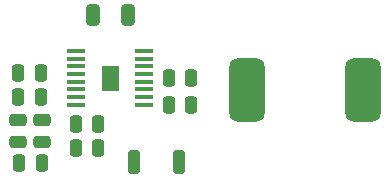
<source format=gbr>
%TF.GenerationSoftware,KiCad,Pcbnew,7.0.1*%
%TF.CreationDate,2023-04-26T12:17:49+02:00*%
%TF.ProjectId,L5988D_RPI_POWER_SUPPLY,4c353938-3844-45f5-9250-495f504f5745,rev?*%
%TF.SameCoordinates,Original*%
%TF.FileFunction,Paste,Top*%
%TF.FilePolarity,Positive*%
%FSLAX46Y46*%
G04 Gerber Fmt 4.6, Leading zero omitted, Abs format (unit mm)*
G04 Created by KiCad (PCBNEW 7.0.1) date 2023-04-26 12:17:49*
%MOMM*%
%LPD*%
G01*
G04 APERTURE LIST*
G04 Aperture macros list*
%AMRoundRect*
0 Rectangle with rounded corners*
0 $1 Rounding radius*
0 $2 $3 $4 $5 $6 $7 $8 $9 X,Y pos of 4 corners*
0 Add a 4 corners polygon primitive as box body*
4,1,4,$2,$3,$4,$5,$6,$7,$8,$9,$2,$3,0*
0 Add four circle primitives for the rounded corners*
1,1,$1+$1,$2,$3*
1,1,$1+$1,$4,$5*
1,1,$1+$1,$6,$7*
1,1,$1+$1,$8,$9*
0 Add four rect primitives between the rounded corners*
20,1,$1+$1,$2,$3,$4,$5,0*
20,1,$1+$1,$4,$5,$6,$7,0*
20,1,$1+$1,$6,$7,$8,$9,0*
20,1,$1+$1,$8,$9,$2,$3,0*%
G04 Aperture macros list end*
%ADD10C,0.010000*%
%ADD11RoundRect,0.250000X0.250000X0.750000X-0.250000X0.750000X-0.250000X-0.750000X0.250000X-0.750000X0*%
%ADD12RoundRect,0.250000X-0.250000X-0.475000X0.250000X-0.475000X0.250000X0.475000X-0.250000X0.475000X0*%
%ADD13RoundRect,0.250000X-0.325000X-0.650000X0.325000X-0.650000X0.325000X0.650000X-0.325000X0.650000X0*%
%ADD14RoundRect,0.250000X0.250000X0.475000X-0.250000X0.475000X-0.250000X-0.475000X0.250000X-0.475000X0*%
%ADD15RoundRect,0.250000X-0.250000X-0.750000X0.250000X-0.750000X0.250000X0.750000X-0.250000X0.750000X0*%
%ADD16RoundRect,0.250000X-0.475000X0.250000X-0.475000X-0.250000X0.475000X-0.250000X0.475000X0.250000X0*%
%ADD17RoundRect,0.041000X-0.744000X-0.164000X0.744000X-0.164000X0.744000X0.164000X-0.744000X0.164000X0*%
%ADD18RoundRect,0.750000X0.750000X-1.950000X0.750000X1.950000X-0.750000X1.950000X-0.750000X-1.950000X0*%
G04 APERTURE END LIST*
%TO.C,U1*%
D10*
X161167800Y-84089410D02*
X159806468Y-84089410D01*
X159806468Y-82073000D01*
X161167800Y-82073000D01*
X161167800Y-84089410D01*
G36*
X161167800Y-84089410D02*
G01*
X159806468Y-84089410D01*
X159806468Y-82073000D01*
X161167800Y-82073000D01*
X161167800Y-84089410D01*
G37*
%TD*%
D11*
%TO.C,VREF*%
X166344800Y-90170000D03*
%TD*%
D12*
%TO.C,Css1*%
X152724800Y-82606000D03*
X154624800Y-82606000D03*
%TD*%
D13*
%TO.C,Cin1*%
X159076800Y-77724000D03*
X162026800Y-77724000D03*
%TD*%
D12*
%TO.C,Rsous1*%
X165460800Y-83058000D03*
X167360800Y-83058000D03*
%TD*%
D14*
%TO.C,Rl1*%
X159486800Y-86939000D03*
X157586800Y-86939000D03*
%TD*%
D12*
%TO.C,Rh1*%
X157586800Y-88971000D03*
X159486800Y-88971000D03*
%TD*%
D15*
%TO.C,SYNC*%
X162534800Y-90170000D03*
%TD*%
D14*
%TO.C,Rc1*%
X154736800Y-90292000D03*
X152836800Y-90292000D03*
%TD*%
%TO.C,Rsous2*%
X167360800Y-85344000D03*
X165460800Y-85344000D03*
%TD*%
D16*
%TO.C,Cc1*%
X154736800Y-86614000D03*
X154736800Y-88514000D03*
%TD*%
D17*
%TO.C,U1*%
X157632800Y-80783000D03*
X157632800Y-81433000D03*
X157632800Y-82083000D03*
X157632800Y-82733000D03*
X157632800Y-83383000D03*
X157632800Y-84033000D03*
X157632800Y-84683000D03*
X157632800Y-85333000D03*
X163372800Y-85333000D03*
X163372800Y-84683000D03*
X163372800Y-84033000D03*
X163372800Y-83383000D03*
X163372800Y-82733000D03*
X163372800Y-82083000D03*
X163372800Y-81433000D03*
X163372800Y-80783000D03*
%TD*%
D12*
%TO.C,Rlim1*%
X152724800Y-84704000D03*
X154624800Y-84704000D03*
%TD*%
D18*
%TO.C,L1*%
X172114800Y-84074000D03*
X181914800Y-84074000D03*
%TD*%
D16*
%TO.C,Cp1*%
X152704800Y-86614000D03*
X152704800Y-88514000D03*
%TD*%
M02*

</source>
